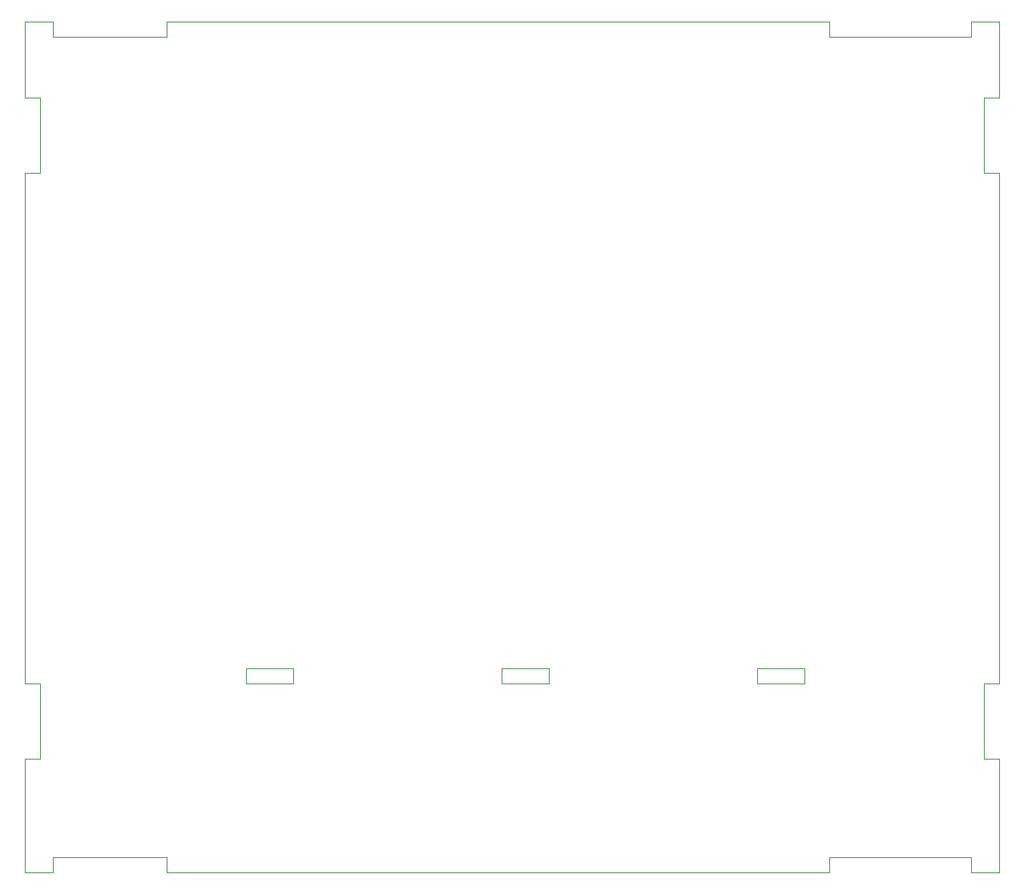
<source format=gbr>
G04 #@! TF.GenerationSoftware,KiCad,Pcbnew,(6.0.0)*
G04 #@! TF.CreationDate,2022-12-26T15:53:50+03:00*
G04 #@! TF.ProjectId,mcu board,6d637520-626f-4617-9264-2e6b69636164,rev?*
G04 #@! TF.SameCoordinates,Original*
G04 #@! TF.FileFunction,Profile,NP*
%FSLAX46Y46*%
G04 Gerber Fmt 4.6, Leading zero omitted, Abs format (unit mm)*
G04 Created by KiCad (PCBNEW (6.0.0)) date 2022-12-26 15:53:50*
%MOMM*%
%LPD*%
G01*
G04 APERTURE LIST*
G04 #@! TA.AperFunction,Profile*
%ADD10C,0.050000*%
G04 #@! TD*
G04 APERTURE END LIST*
D10*
X95000000Y-60000000D02*
X95000000Y-68000000D01*
X180000000Y-60000000D02*
X110000000Y-60000000D01*
X98000000Y-60000000D02*
X95000000Y-60000000D01*
X110000000Y-150000000D02*
X180000000Y-150000000D01*
X195000000Y-150000000D02*
X198000000Y-150000000D01*
X123400000Y-130000000D02*
X118400000Y-130000000D01*
X150400000Y-130000000D02*
X145400000Y-130000000D01*
X177400000Y-130000000D02*
X172400000Y-130000000D01*
X95000000Y-138000000D02*
X95000000Y-150000000D01*
X198000000Y-130000000D02*
X198000000Y-76000000D01*
X95000000Y-76000000D02*
X95000000Y-130000000D01*
X198000000Y-76000000D02*
X198000000Y-76000000D01*
X198000000Y-68000000D02*
X198000000Y-60000000D01*
X177400000Y-128400000D02*
X177400000Y-130000000D01*
X95000000Y-138000000D02*
X96600000Y-138000000D01*
X145400000Y-128400000D02*
X150400000Y-128400000D01*
X96600000Y-138000000D02*
X96600000Y-130000000D01*
X118400000Y-128400000D02*
X123400000Y-128400000D01*
X96600000Y-76000000D02*
X95000000Y-76000000D01*
X195000000Y-148400000D02*
X195000000Y-150000000D01*
X98000000Y-61600000D02*
X98000000Y-60000000D01*
X123400000Y-129800000D02*
X123400000Y-130000000D01*
X198000000Y-68000000D02*
X196400000Y-68000000D01*
X150400000Y-128400000D02*
X150400000Y-129800000D01*
X95000000Y-68000000D02*
X96600000Y-68000000D01*
X96600000Y-68000000D02*
X96600000Y-76000000D01*
X98000000Y-150000000D02*
X98000000Y-148400000D01*
X96600000Y-130000000D02*
X95000000Y-130000000D01*
X196400000Y-138000000D02*
X196400000Y-130000000D01*
X110000000Y-61600000D02*
X98000000Y-61600000D01*
X180000000Y-61600000D02*
X180000000Y-60000000D01*
X196400000Y-130000000D02*
X198000000Y-130000000D01*
X198000000Y-60000000D02*
X195000000Y-60000000D01*
X198000000Y-150000000D02*
X198000000Y-138000000D01*
X195000000Y-61600000D02*
X180000000Y-61600000D01*
X110000000Y-60000000D02*
X110000000Y-61600000D01*
X145400000Y-130000000D02*
X145400000Y-128400000D01*
X195000000Y-60000000D02*
X195000000Y-61600000D01*
X172400000Y-130000000D02*
X172400000Y-128400000D01*
X118400000Y-130000000D02*
X118400000Y-128400000D01*
X123400000Y-128400000D02*
X123400000Y-129800000D01*
X180000000Y-148400000D02*
X195000000Y-148400000D01*
X95000000Y-150000000D02*
X98000000Y-150000000D01*
X196400000Y-76000000D02*
X198000000Y-76000000D01*
X198000000Y-138000000D02*
X196400000Y-138000000D01*
X172400000Y-128400000D02*
X177400000Y-128400000D01*
X98000000Y-148400000D02*
X110000000Y-148400000D01*
X180000000Y-150000000D02*
X180000000Y-148400000D01*
X110000000Y-148400000D02*
X110000000Y-150000000D01*
X196400000Y-68000000D02*
X196400000Y-76000000D01*
X150400000Y-129800000D02*
X150400000Y-130000000D01*
M02*

</source>
